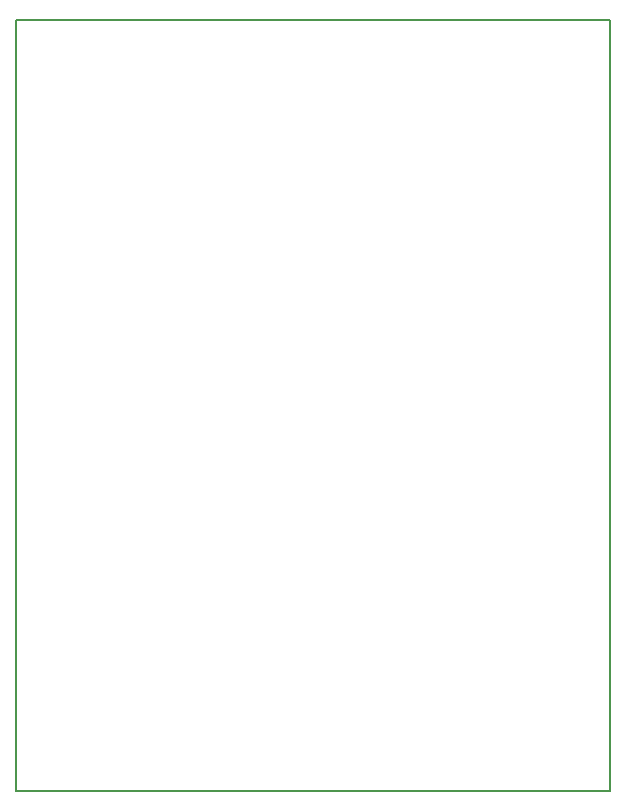
<source format=gbr>
G04 #@! TF.GenerationSoftware,KiCad,Pcbnew,(5.0.1)-rc2*
G04 #@! TF.CreationDate,2019-03-03T17:53:11-05:00*
G04 #@! TF.ProjectId,delay,64656C61792E6B696361645F70636200,rev?*
G04 #@! TF.SameCoordinates,Original*
G04 #@! TF.FileFunction,Profile,NP*
%FSLAX46Y46*%
G04 Gerber Fmt 4.6, Leading zero omitted, Abs format (unit mm)*
G04 Created by KiCad (PCBNEW (5.0.1)-rc2) date 3/3/2019 5:53:11 PM*
%MOMM*%
%LPD*%
G01*
G04 APERTURE LIST*
%ADD10C,0.150000*%
G04 APERTURE END LIST*
D10*
X127508000Y-94742000D02*
X177800000Y-94742000D01*
X127508000Y-29464000D02*
X127508000Y-94742000D01*
X177800000Y-29464000D02*
X177800000Y-94742000D01*
X127508000Y-29464000D02*
X177800000Y-29464000D01*
M02*

</source>
